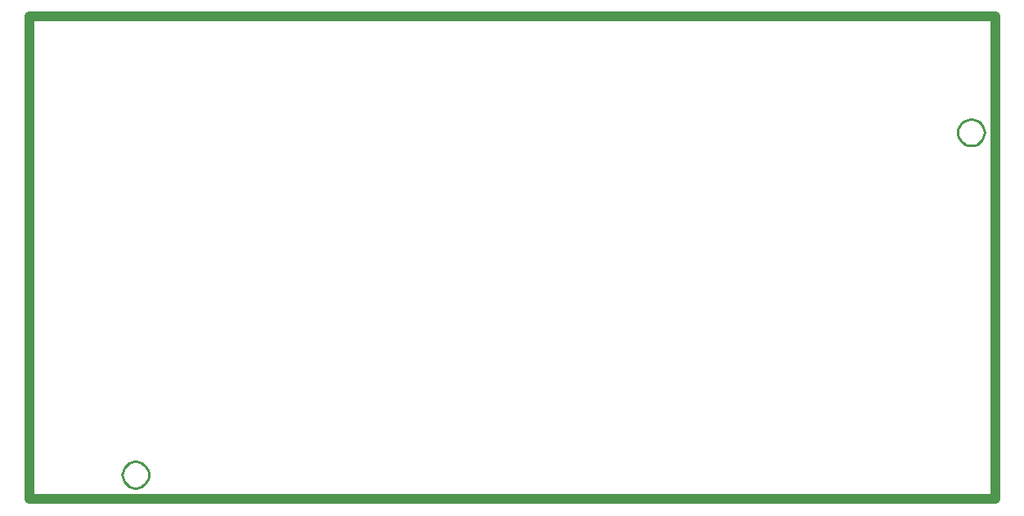
<source format=gko>
G04*
G04 #@! TF.GenerationSoftware,Altium Limited,Altium Designer,20.0.13 (296)*
G04*
G04 Layer_Color=16711935*
%FSLAX25Y25*%
%MOIN*%
G70*
G01*
G75*
%ADD10C,0.01000*%
%ADD24C,0.03937*%
D10*
X389264Y149606D02*
X389172Y150600D01*
X388899Y151559D01*
X388454Y152452D01*
X387853Y153248D01*
X387116Y153920D01*
X386268Y154445D01*
X385338Y154806D01*
X384357Y154989D01*
X383360D01*
X382379Y154806D01*
X381449Y154445D01*
X380601Y153920D01*
X379864Y153248D01*
X379262Y152452D01*
X378818Y151559D01*
X378545Y150600D01*
X378453Y149606D01*
X378545Y148613D01*
X378818Y147654D01*
X379262Y146761D01*
X379864Y145965D01*
X380601Y145293D01*
X381449Y144767D01*
X382379Y144407D01*
X383360Y144224D01*
X384357D01*
X385338Y144407D01*
X386268Y144767D01*
X387116Y145293D01*
X387853Y145965D01*
X388454Y146761D01*
X388899Y147654D01*
X389172Y148613D01*
X389264Y149606D01*
X48713Y9843D02*
X48621Y10836D01*
X48348Y11795D01*
X47903Y12688D01*
X47302Y13484D01*
X46565Y14156D01*
X45717Y14681D01*
X44786Y15042D01*
X43806Y15225D01*
X42808D01*
X41828Y15042D01*
X40898Y14681D01*
X40049Y14156D01*
X39312Y13484D01*
X38711Y12688D01*
X38267Y11795D01*
X37994Y10836D01*
X37902Y9843D01*
X37994Y8849D01*
X38267Y7890D01*
X38711Y6997D01*
X39312Y6201D01*
X40049Y5529D01*
X40898Y5004D01*
X41828Y4643D01*
X42808Y4460D01*
X43806D01*
X44786Y4643D01*
X45717Y5004D01*
X46565Y5529D01*
X47302Y6201D01*
X47903Y6997D01*
X48348Y7890D01*
X48621Y8849D01*
X48713Y9843D01*
D24*
X0Y0D02*
X393701D01*
X0D02*
Y196850D01*
X393701Y0D02*
Y196850D01*
X0D02*
X393701D01*
M02*

</source>
